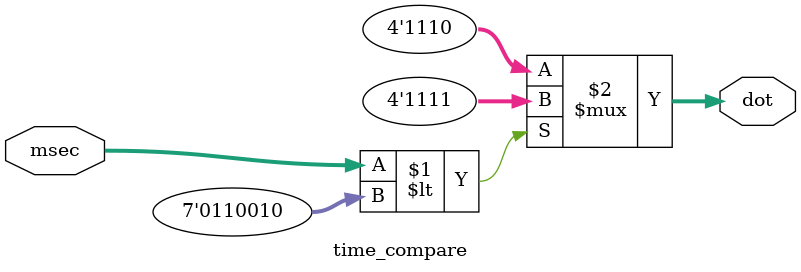
<source format=v>
`timescale 1ns / 1ps


module time_compare(
    input [6:0] msec,

    output [3:0] dot
    );

    assign dot = (msec < 7'd50) ? 4'hF : 4'hE;
    
endmodule

</source>
